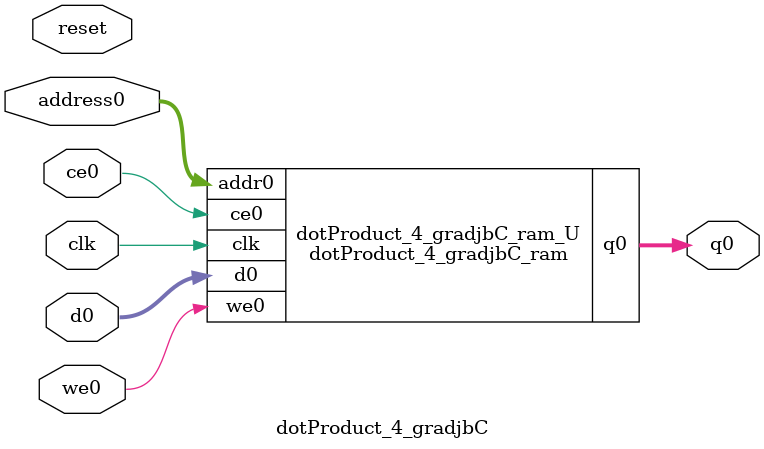
<source format=v>

`timescale 1 ns / 1 ps
module dotProduct_4_gradjbC_ram (addr0, ce0, d0, we0, q0,  clk);

parameter DWIDTH = 32;
parameter AWIDTH = 5;
parameter MEM_SIZE = 32;

input[AWIDTH-1:0] addr0;
input ce0;
input[DWIDTH-1:0] d0;
input we0;
output reg[DWIDTH-1:0] q0;
input clk;

(* ram_style = "block" *)reg [DWIDTH-1:0] ram[0:MEM_SIZE-1];




always @(posedge clk)  
begin 
    if (ce0) 
    begin
        if (we0) 
        begin 
            ram[addr0] <= d0; 
            q0 <= d0;
        end 
        else 
            q0 <= ram[addr0];
    end
end


endmodule


`timescale 1 ns / 1 ps
module dotProduct_4_gradjbC(
    reset,
    clk,
    address0,
    ce0,
    we0,
    d0,
    q0);

parameter DataWidth = 32'd32;
parameter AddressRange = 32'd32;
parameter AddressWidth = 32'd5;
input reset;
input clk;
input[AddressWidth - 1:0] address0;
input ce0;
input we0;
input[DataWidth - 1:0] d0;
output[DataWidth - 1:0] q0;



dotProduct_4_gradjbC_ram dotProduct_4_gradjbC_ram_U(
    .clk( clk ),
    .addr0( address0 ),
    .ce0( ce0 ),
    .we0( we0 ),
    .d0( d0 ),
    .q0( q0 ));

endmodule


</source>
